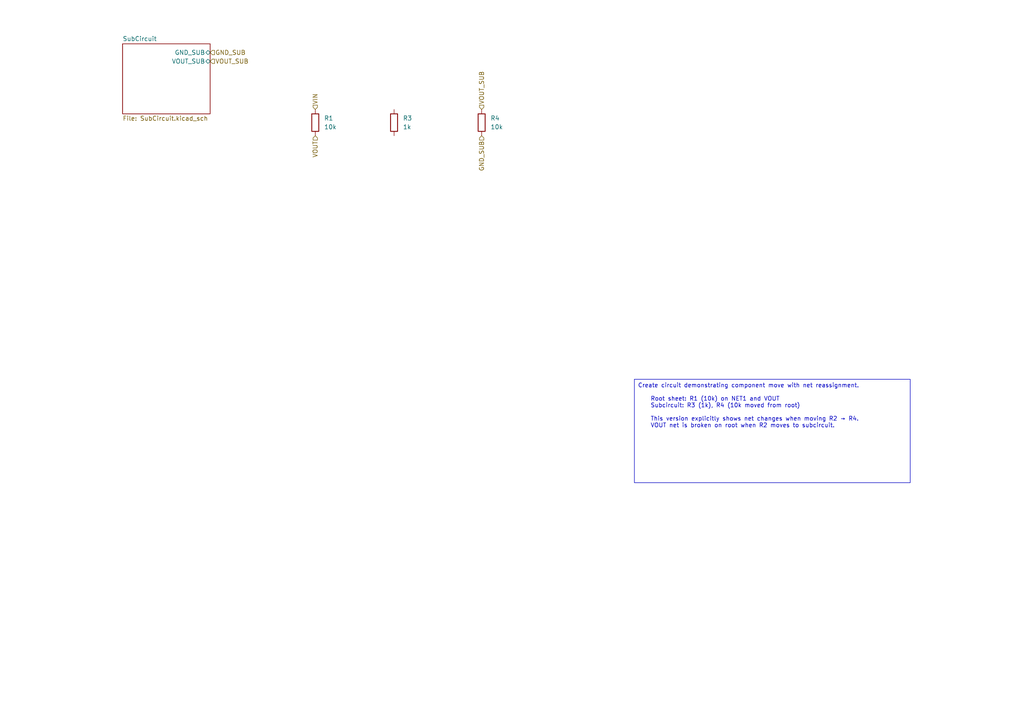
<source format=kicad_sch>
(kicad_sch (version 20250114) (generator "circuit_synth") (generator_version "0.8.36")
  (paper "A4")
  (title_block (title "multi_sheet_nets"))
  (lib_symbols
    (symbol "Device:R" (pin_numbers (hide yes)) (pin_names (offset 0))
      (property "Reference" "R" (at 2.032 0 90))
      (property "Value" "R" (at 0 0 90))
      (symbol "R_0_1"
        (rectangle (start -1.016 -2.54) (end 1.016 2.54) (stroke (width 0.254)))
      )
      (symbol "R_1_1"
        (pin passive line (at 0 3.81 270) (length 1.27) (name "~") (number "1"))
        (pin passive line (at 0 -3.81 90) (length 1.27) (name "~") (number "2"))
      )
    )
  )
  (symbol (lib_id "Device:R") (at 91.44 35.56 0) (unit 1)
    (property "Reference" "R1" (at 93.98 34.2899 0) (effects (justify left)))
    (property "Value" "10k" (at 93.98 36.8299 0) (effects (justify left)))
    (property "Footprint" "Resistor_SMD:R_0603_1608Metric" (effects (hide yes)))
    (property "hierarchy_path" "/8510d4a4-03ab-467c-be07-be142496a2c9" (effects (hide yes)))
    (property "project_name" "multi_sheet_nets" (effects (hide yes)))
    (property "root_uuid" "8510d4a4-03ab-467c-be07-be142496a2c9" (effects (hide yes)))
  )
  (symbol (lib_id "Device:R") (at 114.3 35.56 0) (unit 1)
    (property "Reference" "R3" (at 116.84 34.2899 0) (effects (justify left)))
    (property "Value" "1k" (at 116.84 36.8299 0) (effects (justify left)))
    (property "Footprint" "Resistor_SMD:R_0603_1608Metric" (effects (hide yes)))
    (property "hierarchy_path" "/8510d4a4-03ab-467c-be07-be142496a2c9" (effects (hide yes)))
    (property "project_name" "multi_sheet_nets" (effects (hide yes)))
    (property "root_uuid" "8510d4a4-03ab-467c-be07-be142496a2c9" (effects (hide yes)))
  )
  (symbol (lib_id "Device:R") (at 139.7 35.56 0) (unit 1)
    (property "Reference" "R4" (at 142.24 34.2899 0) (effects (justify left)))
    (property "Value" "10k" (at 142.24 36.8299 0) (effects (justify left)))
    (property "Footprint" "Resistor_SMD:R_0603_1608Metric" (effects (hide yes)))
    (property "hierarchy_path" "/8510d4a4-03ab-467c-be07-be142496a2c9" (effects (hide yes)))
    (property "project_name" "multi_sheet_nets" (effects (hide yes)))
    (property "root_uuid" "8510d4a4-03ab-467c-be07-be142496a2c9" (effects (hide yes)))
  )
  (hierarchical_label "VIN" (shape input) (at 91.44 31.75 90))
  (hierarchical_label "VOUT" (shape input) (at 91.44 39.37 270))
  (hierarchical_label "VOUT_SUB" (shape input) (at 139.7 31.75 90))
  (hierarchical_label "GND_SUB" (shape input) (at 139.7 39.37 270))
  (hierarchical_label "GND_SUB" (shape input) (at 60.96 15.24 0.0000))
  (hierarchical_label "VOUT_SUB" (shape input) (at 60.96 17.78 0.0000))
  (text_box "Create circuit demonstrating component move with net reassignment.\n\n    Root sheet: R1 (10k) on NET1 and VOUT\n    Subcircuit: R3 (1k), R4 (10k moved from root)\n\n    This version explicitly shows net changes when moving R2 → R4.\n    VOUT net is broken on root when R2 moves to subcircuit." (at 184 110 0) (size 80 30) (margins 1 1 1 1) (effects (font (size 1.2 1.2)) (justify left top)))
  (sheet (at 35.56 12.7) (size 25.4 20.32) (stroke (width 0.1524))
    (property "Sheetname" "SubCircuit" (at 35.56 11.9884 0) (effects (justify left bottom)))
    (property "Sheetfile" "SubCircuit.kicad_sch" (at 35.56 33.6046 0) (effects (justify left top)))
    (pin "GND_SUB" bidirectional (at 59.69 15.24 0))
    (pin "VOUT_SUB" bidirectional (at 59.69 17.78 0))
  )
)
</source>
